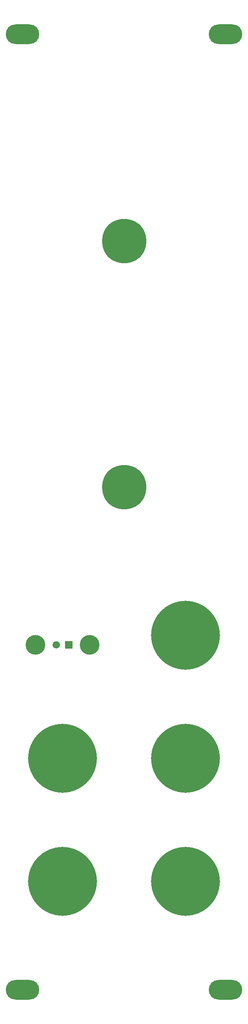
<source format=gbs>
G04 #@! TF.GenerationSoftware,KiCad,Pcbnew,6.0.4-6f826c9f35~116~ubuntu20.04.1*
G04 #@! TF.CreationDate,2022-04-19T20:10:12-04:00*
G04 #@! TF.ProjectId,arpenvfol_panel,61727065-6e76-4666-9f6c-5f70616e656c,rev?*
G04 #@! TF.SameCoordinates,Original*
G04 #@! TF.FileFunction,Soldermask,Bot*
G04 #@! TF.FilePolarity,Negative*
%FSLAX46Y46*%
G04 Gerber Fmt 4.6, Leading zero omitted, Abs format (unit mm)*
G04 Created by KiCad (PCBNEW 6.0.4-6f826c9f35~116~ubuntu20.04.1) date 2022-04-19 20:10:12*
%MOMM*%
%LPD*%
G01*
G04 APERTURE LIST*
%ADD10O,6.800000X4.000000*%
%ADD11C,9.000000*%
%ADD12C,14.000000*%
%ADD13C,1.500000*%
%ADD14R,1.500000X1.500000*%
%ADD15C,4.000000*%
G04 APERTURE END LIST*
D10*
G04 #@! TO.C,H10*
X61700000Y-10600000D03*
X61700000Y-204600000D03*
G04 #@! TD*
D11*
G04 #@! TO.C,H6*
X41100000Y-102600000D03*
G04 #@! TD*
D12*
G04 #@! TO.C,H1*
X28600000Y-157600000D03*
G04 #@! TD*
D10*
G04 #@! TO.C,H7*
X20500000Y-10600000D03*
X20500000Y-204600000D03*
G04 #@! TD*
D12*
G04 #@! TO.C,H2*
X28600000Y-182600000D03*
G04 #@! TD*
G04 #@! TO.C,H3*
X53600000Y-157600000D03*
G04 #@! TD*
G04 #@! TO.C,H4*
X53600000Y-182600000D03*
G04 #@! TD*
D13*
G04 #@! TO.C,J2*
X27350000Y-134600000D03*
G04 #@! TD*
D11*
G04 #@! TO.C,H9*
X41100000Y-52600000D03*
G04 #@! TD*
D12*
G04 #@! TO.C,H5*
X53600000Y-132600000D03*
G04 #@! TD*
D14*
G04 #@! TO.C,J1*
X29850000Y-134600000D03*
G04 #@! TD*
D15*
G04 #@! TO.C,J4*
X23100000Y-134600000D03*
G04 #@! TD*
G04 #@! TO.C,J3*
X34100000Y-134600000D03*
G04 #@! TD*
M02*

</source>
